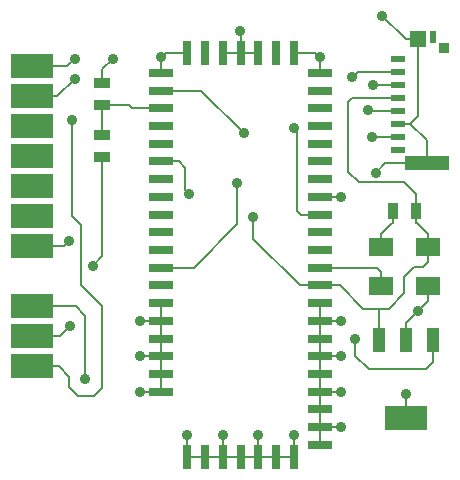
<source format=gtl>
G04 (created by PCBNEW-RS274X (2011-nov-30)-testing) date Fri 20 Jul 2012 01:00:30 PM CDT*
%MOIN*%
G04 Gerber Fmt 3.4, Leading zero omitted, Abs format*
%FSLAX34Y34*%
G01*
G70*
G90*
G04 APERTURE LIST*
%ADD10C,0.006*%
%ADD11R,0.144X0.08*%
%ADD12R,0.04X0.08*%
%ADD13R,0.08X0.06*%
%ADD14R,0.035X0.055*%
%ADD15R,0.055X0.035*%
%ADD16R,0.0492X0.0236*%
%ADD17R,0.1492X0.0472*%
%ADD18R,0.0551X0.0571*%
%ADD19R,0.0236X0.0394*%
%ADD20R,0.0335X0.0374*%
%ADD21R,0.0787X0.0276*%
%ADD22R,0.0276X0.0787*%
%ADD23R,0.14X0.08*%
%ADD24C,0.035*%
%ADD25C,0.008*%
G04 APERTURE END LIST*
G54D10*
G54D11*
X59820Y-45990D03*
G54D12*
X59820Y-43390D03*
X58920Y-43390D03*
X60720Y-43390D03*
G54D13*
X60550Y-41600D03*
X60550Y-40300D03*
G54D14*
X60145Y-39090D03*
X59395Y-39090D03*
G54D13*
X58990Y-40300D03*
X58990Y-41600D03*
G54D15*
X49690Y-36565D03*
X49690Y-37315D03*
X49690Y-34835D03*
X49690Y-35585D03*
G54D16*
X59542Y-34024D03*
X59542Y-34457D03*
X59542Y-34890D03*
X59542Y-35323D03*
X59542Y-35757D03*
X59542Y-36190D03*
X59542Y-36623D03*
X59542Y-37056D03*
G54D17*
X60518Y-37509D03*
G54D18*
X60221Y-33384D03*
G54D19*
X60713Y-33296D03*
G54D20*
X61097Y-33660D03*
G54D21*
X56940Y-46900D03*
X56940Y-46309D03*
X56940Y-45719D03*
X56940Y-45128D03*
X56940Y-44538D03*
X56940Y-43947D03*
X56940Y-43357D03*
X56940Y-42766D03*
X56940Y-42176D03*
X56940Y-41585D03*
X56940Y-40994D03*
X56940Y-40404D03*
X56940Y-39813D03*
X56940Y-39223D03*
X56940Y-38632D03*
X56940Y-38042D03*
X56940Y-37451D03*
X56940Y-36861D03*
X56940Y-36270D03*
X56940Y-35680D03*
X56940Y-35089D03*
X56940Y-34498D03*
G54D22*
X56074Y-33829D03*
X55483Y-33829D03*
X54893Y-33829D03*
X54302Y-33829D03*
X53712Y-33829D03*
X53121Y-33829D03*
X52531Y-33829D03*
G54D21*
X51664Y-34498D03*
X51664Y-35089D03*
X51664Y-35680D03*
X51664Y-36270D03*
X51664Y-36861D03*
X51664Y-37451D03*
X51664Y-38042D03*
X51664Y-38632D03*
X51664Y-39223D03*
X51664Y-39813D03*
X51664Y-40404D03*
X51664Y-40994D03*
X51664Y-41585D03*
X51664Y-42176D03*
X51664Y-42766D03*
X51664Y-43357D03*
X51664Y-43947D03*
X51664Y-44538D03*
X51664Y-45128D03*
G54D22*
X52531Y-47294D03*
X53121Y-47294D03*
X53712Y-47294D03*
X54302Y-47294D03*
X54893Y-47294D03*
X55483Y-47294D03*
X56074Y-47294D03*
G54D23*
X47350Y-34280D03*
X47350Y-35280D03*
X47350Y-36280D03*
X47350Y-37280D03*
X47350Y-38280D03*
X47350Y-39280D03*
X47350Y-40280D03*
X47350Y-42280D03*
X47350Y-43280D03*
X47350Y-44280D03*
G54D24*
X54420Y-36510D03*
X54730Y-39310D03*
X48670Y-36080D03*
X58130Y-43360D03*
X58010Y-34650D03*
X48590Y-40100D03*
X58710Y-34890D03*
X48610Y-42940D03*
X58680Y-36620D03*
X49370Y-40920D03*
X56100Y-36340D03*
X58540Y-35750D03*
X54190Y-38160D03*
X59030Y-32610D03*
X48770Y-34690D03*
X58810Y-37820D03*
X54890Y-46580D03*
X53710Y-46580D03*
X49120Y-44690D03*
X57650Y-42770D03*
X50040Y-34020D03*
X56070Y-46580D03*
X50950Y-42770D03*
X48770Y-34020D03*
X57650Y-38630D03*
X57650Y-45130D03*
X52530Y-46580D03*
X56940Y-33980D03*
X50950Y-43950D03*
X54300Y-33110D03*
X50950Y-45130D03*
X59820Y-45210D03*
X60220Y-42440D03*
X51660Y-33980D03*
X52600Y-38540D03*
X57650Y-43950D03*
X57650Y-46310D03*
G54D25*
X59542Y-35323D02*
X58034Y-35323D01*
X54730Y-40020D02*
X54730Y-39310D01*
X58920Y-43390D02*
X58920Y-42359D01*
X52999Y-35089D02*
X51664Y-35089D01*
X57896Y-37804D02*
X57896Y-35461D01*
X56940Y-41585D02*
X57625Y-41585D01*
X60550Y-40810D02*
X60380Y-40980D01*
X58399Y-42359D02*
X58920Y-42359D01*
X59760Y-41850D02*
X59251Y-42359D01*
X60145Y-39508D02*
X60201Y-39508D01*
X60145Y-38545D02*
X60145Y-39090D01*
X56295Y-41585D02*
X54730Y-40020D01*
X59760Y-41290D02*
X59760Y-41850D01*
X57896Y-35461D02*
X58034Y-35323D01*
X57625Y-41585D02*
X58399Y-42359D01*
X59751Y-38151D02*
X60145Y-38545D01*
X60201Y-39508D02*
X60550Y-39857D01*
X54420Y-36510D02*
X52999Y-35089D01*
X60550Y-40300D02*
X60550Y-39857D01*
X60550Y-40300D02*
X60550Y-40810D01*
X60070Y-40980D02*
X59760Y-41290D01*
X60145Y-39090D02*
X60145Y-39508D01*
X58243Y-38151D02*
X57896Y-37804D01*
X60380Y-40980D02*
X60070Y-40980D01*
X58243Y-38151D02*
X59751Y-38151D01*
X56940Y-41585D02*
X56295Y-41585D01*
X59251Y-42359D02*
X58920Y-42359D01*
X60470Y-44380D02*
X58580Y-44380D01*
X48250Y-44280D02*
X47350Y-44280D01*
X48250Y-44280D02*
X48590Y-44620D01*
X48870Y-45260D02*
X49430Y-45260D01*
X58130Y-43360D02*
X58130Y-43930D01*
X58580Y-44380D02*
X58130Y-43930D01*
X49430Y-45260D02*
X49700Y-44990D01*
X47350Y-44280D02*
X48010Y-44280D01*
X60720Y-44130D02*
X60470Y-44380D01*
X60720Y-43390D02*
X60720Y-44130D01*
X48590Y-44620D02*
X48590Y-44980D01*
X48590Y-44980D02*
X48870Y-45260D01*
X48990Y-39580D02*
X48670Y-39260D01*
X49700Y-44990D02*
X49700Y-42270D01*
X49700Y-42270D02*
X48990Y-41560D01*
X48990Y-41560D02*
X48990Y-39580D01*
X48670Y-36080D02*
X48670Y-39260D01*
X59542Y-34457D02*
X58203Y-34457D01*
X58010Y-34650D02*
X58203Y-34457D01*
X48410Y-40280D02*
X48590Y-40100D01*
X48410Y-40280D02*
X47350Y-40280D01*
X58710Y-34890D02*
X59542Y-34890D01*
X47350Y-43280D02*
X48270Y-43280D01*
X48610Y-42940D02*
X48270Y-43280D01*
X59542Y-36623D02*
X58683Y-36623D01*
X58683Y-36623D02*
X58680Y-36620D01*
X49690Y-40600D02*
X49690Y-37315D01*
X49370Y-40920D02*
X49690Y-40600D01*
X56200Y-36440D02*
X56200Y-39090D01*
X56200Y-39090D02*
X56333Y-39223D01*
X56333Y-39223D02*
X56940Y-39223D01*
X56100Y-36340D02*
X56200Y-36440D01*
X58547Y-35757D02*
X59542Y-35757D01*
X58540Y-35750D02*
X58547Y-35757D01*
X54190Y-38160D02*
X54190Y-39540D01*
X54190Y-39540D02*
X52736Y-40994D01*
X51664Y-40994D02*
X52736Y-40994D01*
X59960Y-36190D02*
X60221Y-35929D01*
X50954Y-42766D02*
X50950Y-42770D01*
X56940Y-46309D02*
X56940Y-46900D01*
X56940Y-45128D02*
X57648Y-45128D01*
X56940Y-45719D02*
X56940Y-46309D01*
X53712Y-47294D02*
X54302Y-47294D01*
X47350Y-34280D02*
X48510Y-34280D01*
X56940Y-38632D02*
X57648Y-38632D01*
X56940Y-34498D02*
X56940Y-33980D01*
X48180Y-35280D02*
X48770Y-34690D01*
X47350Y-35280D02*
X48180Y-35280D01*
X51664Y-43357D02*
X51664Y-42766D01*
X51664Y-43947D02*
X50953Y-43947D01*
X57648Y-38632D02*
X57650Y-38630D01*
X60518Y-36748D02*
X59960Y-36190D01*
X51664Y-45128D02*
X51664Y-44538D01*
X51664Y-45128D02*
X50952Y-45128D01*
X57646Y-42766D02*
X57650Y-42770D01*
X53121Y-47294D02*
X53712Y-47294D01*
X49690Y-34835D02*
X49690Y-34370D01*
X53712Y-46582D02*
X53710Y-46580D01*
X59542Y-36190D02*
X59960Y-36190D01*
X59820Y-42840D02*
X60220Y-42440D01*
X59804Y-33384D02*
X59030Y-32610D01*
X51664Y-42766D02*
X51664Y-42176D01*
X60550Y-42110D02*
X60550Y-41600D01*
X51811Y-33829D02*
X51660Y-33980D01*
X51664Y-44538D02*
X51664Y-43947D01*
X53712Y-33829D02*
X54302Y-33829D01*
X49690Y-34370D02*
X50040Y-34020D01*
X60221Y-35929D02*
X60221Y-33384D01*
X56940Y-44538D02*
X56940Y-45128D01*
X56939Y-46310D02*
X56940Y-46309D01*
X56940Y-42766D02*
X56940Y-43357D01*
X56074Y-46584D02*
X56070Y-46580D01*
X60518Y-37509D02*
X60518Y-36748D01*
X60518Y-37509D02*
X59121Y-37509D01*
X60221Y-33384D02*
X59804Y-33384D01*
X56940Y-43357D02*
X56940Y-43947D01*
X56940Y-42176D02*
X56940Y-42766D01*
X54302Y-33112D02*
X54300Y-33110D01*
X54302Y-33829D02*
X54893Y-33829D01*
X51660Y-33980D02*
X51660Y-34494D01*
X52531Y-46581D02*
X52530Y-46580D01*
X55483Y-47294D02*
X56074Y-47294D01*
X52531Y-33829D02*
X51811Y-33829D01*
X54893Y-47294D02*
X54893Y-46583D01*
X51664Y-42766D02*
X50954Y-42766D01*
X54302Y-47294D02*
X54893Y-47294D01*
X52251Y-37451D02*
X52460Y-37660D01*
X52531Y-47294D02*
X53121Y-47294D01*
X51664Y-37451D02*
X52251Y-37451D01*
X56940Y-42766D02*
X57646Y-42766D01*
X54893Y-46583D02*
X54890Y-46580D01*
X59820Y-45990D02*
X59820Y-45210D01*
X52460Y-38400D02*
X52600Y-38540D01*
X51660Y-34494D02*
X51664Y-34498D01*
X49120Y-42590D02*
X49120Y-44690D01*
X48810Y-42280D02*
X49120Y-42590D01*
X47350Y-42280D02*
X48810Y-42280D01*
X60220Y-42440D02*
X60550Y-42110D01*
X57649Y-46309D02*
X57650Y-46310D01*
X53712Y-47294D02*
X53712Y-46582D01*
X56940Y-46309D02*
X57649Y-46309D01*
X51664Y-43947D02*
X51664Y-43357D01*
X50953Y-43947D02*
X50950Y-43950D01*
X54302Y-33829D02*
X54302Y-33112D01*
X56940Y-43947D02*
X57647Y-43947D01*
X56074Y-47294D02*
X56074Y-46584D01*
X59820Y-43390D02*
X59820Y-42840D01*
X54893Y-47294D02*
X55483Y-47294D01*
X52531Y-47294D02*
X52531Y-46581D01*
X48510Y-34280D02*
X48770Y-34020D01*
X52460Y-37660D02*
X52460Y-38400D01*
X56789Y-33829D02*
X56074Y-33829D01*
X56940Y-43947D02*
X56940Y-44538D01*
X56940Y-45128D02*
X56940Y-45719D01*
X59121Y-37509D02*
X58810Y-37820D01*
X56940Y-33980D02*
X56789Y-33829D01*
X57647Y-43947D02*
X57650Y-43950D01*
X50952Y-45128D02*
X50950Y-45130D01*
X57648Y-45128D02*
X57650Y-45130D01*
X58990Y-39857D02*
X59339Y-39508D01*
X59395Y-39090D02*
X59395Y-39508D01*
X58990Y-40300D02*
X58990Y-39857D01*
X59339Y-39508D02*
X59395Y-39508D01*
X50680Y-35680D02*
X50585Y-35585D01*
X49690Y-36565D02*
X49690Y-35585D01*
X51664Y-35680D02*
X50680Y-35680D01*
X50585Y-35585D02*
X49690Y-35585D01*
X58854Y-40994D02*
X58990Y-41130D01*
X56940Y-40994D02*
X58854Y-40994D01*
X58990Y-41130D02*
X58990Y-41600D01*
M02*

</source>
